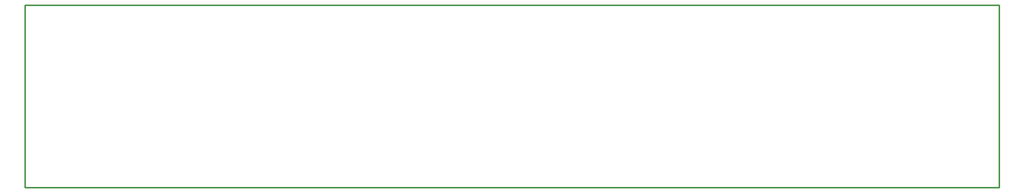
<source format=gbr>
G04 #@! TF.GenerationSoftware,KiCad,Pcbnew,8.0.6*
G04 #@! TF.CreationDate,2025-01-27T09:09:25-05:00*
G04 #@! TF.ProjectId,8x16seg,38783136-7365-4672-9e6b-696361645f70,v1.1.0*
G04 #@! TF.SameCoordinates,Original*
G04 #@! TF.FileFunction,Profile,NP*
%FSLAX46Y46*%
G04 Gerber Fmt 4.6, Leading zero omitted, Abs format (unit mm)*
G04 Created by KiCad (PCBNEW 8.0.6) date 2025-01-27 09:09:25*
%MOMM*%
%LPD*%
G01*
G04 APERTURE LIST*
G04 #@! TA.AperFunction,Profile*
%ADD10C,0.254000*%
G04 #@! TD*
G04 APERTURE END LIST*
D10*
X228440000Y-86360000D02*
X228440000Y-116840000D01*
X228440000Y-116840000D02*
X66200000Y-116840000D01*
X66200000Y-116840000D02*
X66200000Y-86360000D01*
X66200000Y-86360000D02*
X228440000Y-86360000D01*
M02*

</source>
